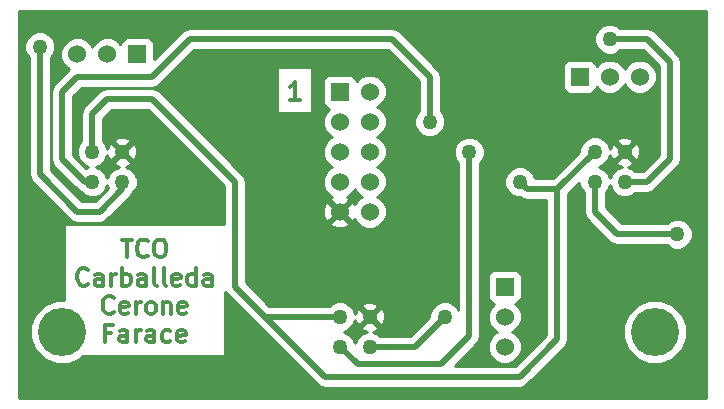
<source format=gtl>
G04 (created by PCBNEW (2013-mar-13)-testing) date Sun 26 May 2013 10:53:20 PM ART*
%MOIN*%
G04 Gerber Fmt 3.4, Leading zero omitted, Abs format*
%FSLAX34Y34*%
G01*
G70*
G90*
G04 APERTURE LIST*
%ADD10C,0.005906*%
%ADD11C,0.011811*%
%ADD12R,0.060000X0.060000*%
%ADD13C,0.060000*%
%ADD14C,0.050000*%
%ADD15C,0.160000*%
%ADD16C,0.021000*%
%ADD17C,0.010000*%
G04 APERTURE END LIST*
G54D10*
G54D11*
X25226Y-20176D02*
X25564Y-20176D01*
X25395Y-20767D02*
X25395Y-20176D01*
X26098Y-20710D02*
X26070Y-20739D01*
X25985Y-20767D01*
X25929Y-20767D01*
X25845Y-20739D01*
X25789Y-20682D01*
X25760Y-20626D01*
X25732Y-20514D01*
X25732Y-20429D01*
X25760Y-20317D01*
X25789Y-20260D01*
X25845Y-20204D01*
X25929Y-20176D01*
X25985Y-20176D01*
X26070Y-20204D01*
X26098Y-20232D01*
X26464Y-20176D02*
X26576Y-20176D01*
X26632Y-20204D01*
X26688Y-20260D01*
X26717Y-20373D01*
X26717Y-20570D01*
X26688Y-20682D01*
X26632Y-20739D01*
X26576Y-20767D01*
X26464Y-20767D01*
X26407Y-20739D01*
X26351Y-20682D01*
X26323Y-20570D01*
X26323Y-20373D01*
X26351Y-20260D01*
X26407Y-20204D01*
X26464Y-20176D01*
X24101Y-21655D02*
X24073Y-21683D01*
X23989Y-21712D01*
X23933Y-21712D01*
X23848Y-21683D01*
X23792Y-21627D01*
X23764Y-21571D01*
X23736Y-21458D01*
X23736Y-21374D01*
X23764Y-21262D01*
X23792Y-21205D01*
X23848Y-21149D01*
X23933Y-21121D01*
X23989Y-21121D01*
X24073Y-21149D01*
X24101Y-21177D01*
X24607Y-21712D02*
X24607Y-21402D01*
X24579Y-21346D01*
X24523Y-21318D01*
X24411Y-21318D01*
X24354Y-21346D01*
X24607Y-21683D02*
X24551Y-21712D01*
X24411Y-21712D01*
X24354Y-21683D01*
X24326Y-21627D01*
X24326Y-21571D01*
X24354Y-21515D01*
X24411Y-21487D01*
X24551Y-21487D01*
X24607Y-21458D01*
X24889Y-21712D02*
X24889Y-21318D01*
X24889Y-21430D02*
X24917Y-21374D01*
X24945Y-21346D01*
X25001Y-21318D01*
X25057Y-21318D01*
X25254Y-21712D02*
X25254Y-21121D01*
X25254Y-21346D02*
X25311Y-21318D01*
X25423Y-21318D01*
X25479Y-21346D01*
X25507Y-21374D01*
X25535Y-21430D01*
X25535Y-21599D01*
X25507Y-21655D01*
X25479Y-21683D01*
X25423Y-21712D01*
X25311Y-21712D01*
X25254Y-21683D01*
X26042Y-21712D02*
X26042Y-21402D01*
X26014Y-21346D01*
X25957Y-21318D01*
X25845Y-21318D01*
X25789Y-21346D01*
X26042Y-21683D02*
X25985Y-21712D01*
X25845Y-21712D01*
X25789Y-21683D01*
X25760Y-21627D01*
X25760Y-21571D01*
X25789Y-21515D01*
X25845Y-21487D01*
X25985Y-21487D01*
X26042Y-21458D01*
X26407Y-21712D02*
X26351Y-21683D01*
X26323Y-21627D01*
X26323Y-21121D01*
X26717Y-21712D02*
X26660Y-21683D01*
X26632Y-21627D01*
X26632Y-21121D01*
X27167Y-21683D02*
X27110Y-21712D01*
X26998Y-21712D01*
X26942Y-21683D01*
X26913Y-21627D01*
X26913Y-21402D01*
X26942Y-21346D01*
X26998Y-21318D01*
X27110Y-21318D01*
X27167Y-21346D01*
X27195Y-21402D01*
X27195Y-21458D01*
X26913Y-21515D01*
X27701Y-21712D02*
X27701Y-21121D01*
X27701Y-21683D02*
X27645Y-21712D01*
X27532Y-21712D01*
X27476Y-21683D01*
X27448Y-21655D01*
X27420Y-21599D01*
X27420Y-21430D01*
X27448Y-21374D01*
X27476Y-21346D01*
X27532Y-21318D01*
X27645Y-21318D01*
X27701Y-21346D01*
X28235Y-21712D02*
X28235Y-21402D01*
X28207Y-21346D01*
X28151Y-21318D01*
X28038Y-21318D01*
X27982Y-21346D01*
X28235Y-21683D02*
X28179Y-21712D01*
X28038Y-21712D01*
X27982Y-21683D01*
X27954Y-21627D01*
X27954Y-21571D01*
X27982Y-21515D01*
X28038Y-21487D01*
X28179Y-21487D01*
X28235Y-21458D01*
X24959Y-22600D02*
X24931Y-22628D01*
X24847Y-22656D01*
X24790Y-22656D01*
X24706Y-22628D01*
X24650Y-22572D01*
X24622Y-22516D01*
X24593Y-22403D01*
X24593Y-22319D01*
X24622Y-22206D01*
X24650Y-22150D01*
X24706Y-22094D01*
X24790Y-22066D01*
X24847Y-22066D01*
X24931Y-22094D01*
X24959Y-22122D01*
X25437Y-22628D02*
X25381Y-22656D01*
X25268Y-22656D01*
X25212Y-22628D01*
X25184Y-22572D01*
X25184Y-22347D01*
X25212Y-22291D01*
X25268Y-22263D01*
X25381Y-22263D01*
X25437Y-22291D01*
X25465Y-22347D01*
X25465Y-22403D01*
X25184Y-22460D01*
X25718Y-22656D02*
X25718Y-22263D01*
X25718Y-22375D02*
X25746Y-22319D01*
X25775Y-22291D01*
X25831Y-22263D01*
X25887Y-22263D01*
X26168Y-22656D02*
X26112Y-22628D01*
X26084Y-22600D01*
X26056Y-22544D01*
X26056Y-22375D01*
X26084Y-22319D01*
X26112Y-22291D01*
X26168Y-22263D01*
X26253Y-22263D01*
X26309Y-22291D01*
X26337Y-22319D01*
X26365Y-22375D01*
X26365Y-22544D01*
X26337Y-22600D01*
X26309Y-22628D01*
X26253Y-22656D01*
X26168Y-22656D01*
X26618Y-22263D02*
X26618Y-22656D01*
X26618Y-22319D02*
X26646Y-22291D01*
X26703Y-22263D01*
X26787Y-22263D01*
X26843Y-22291D01*
X26871Y-22347D01*
X26871Y-22656D01*
X27377Y-22628D02*
X27321Y-22656D01*
X27209Y-22656D01*
X27152Y-22628D01*
X27124Y-22572D01*
X27124Y-22347D01*
X27152Y-22291D01*
X27209Y-22263D01*
X27321Y-22263D01*
X27377Y-22291D01*
X27406Y-22347D01*
X27406Y-22403D01*
X27124Y-22460D01*
X24861Y-23292D02*
X24664Y-23292D01*
X24664Y-23601D02*
X24664Y-23011D01*
X24945Y-23011D01*
X25423Y-23601D02*
X25423Y-23292D01*
X25395Y-23236D01*
X25339Y-23208D01*
X25226Y-23208D01*
X25170Y-23236D01*
X25423Y-23573D02*
X25367Y-23601D01*
X25226Y-23601D01*
X25170Y-23573D01*
X25142Y-23517D01*
X25142Y-23461D01*
X25170Y-23404D01*
X25226Y-23376D01*
X25367Y-23376D01*
X25423Y-23348D01*
X25704Y-23601D02*
X25704Y-23208D01*
X25704Y-23320D02*
X25732Y-23264D01*
X25760Y-23236D01*
X25817Y-23208D01*
X25873Y-23208D01*
X26323Y-23601D02*
X26323Y-23292D01*
X26295Y-23236D01*
X26239Y-23208D01*
X26126Y-23208D01*
X26070Y-23236D01*
X26323Y-23573D02*
X26267Y-23601D01*
X26126Y-23601D01*
X26070Y-23573D01*
X26042Y-23517D01*
X26042Y-23461D01*
X26070Y-23404D01*
X26126Y-23376D01*
X26267Y-23376D01*
X26323Y-23348D01*
X26857Y-23573D02*
X26801Y-23601D01*
X26688Y-23601D01*
X26632Y-23573D01*
X26604Y-23545D01*
X26576Y-23489D01*
X26576Y-23320D01*
X26604Y-23264D01*
X26632Y-23236D01*
X26688Y-23208D01*
X26801Y-23208D01*
X26857Y-23236D01*
X27335Y-23573D02*
X27279Y-23601D01*
X27167Y-23601D01*
X27110Y-23573D01*
X27082Y-23517D01*
X27082Y-23292D01*
X27110Y-23236D01*
X27167Y-23208D01*
X27279Y-23208D01*
X27335Y-23236D01*
X27363Y-23292D01*
X27363Y-23348D01*
X27082Y-23404D01*
X31168Y-15517D02*
X30831Y-15517D01*
X31000Y-15517D02*
X31000Y-14926D01*
X30943Y-15010D01*
X30887Y-15067D01*
X30831Y-15095D01*
G54D12*
X32500Y-15250D03*
G54D13*
X33500Y-15250D03*
X32500Y-16250D03*
X33500Y-16250D03*
X32500Y-17250D03*
X33500Y-17250D03*
X32500Y-18250D03*
X33500Y-18250D03*
X32500Y-19250D03*
X33500Y-19250D03*
G54D12*
X25750Y-14000D03*
G54D13*
X24750Y-14000D03*
X23750Y-14000D03*
G54D12*
X38000Y-21750D03*
G54D13*
X38000Y-22750D03*
X38000Y-23750D03*
G54D12*
X40500Y-14750D03*
G54D13*
X41500Y-14750D03*
X42500Y-14750D03*
G54D14*
X24250Y-18250D03*
X25250Y-17250D03*
X25250Y-18250D03*
X24250Y-17250D03*
X32500Y-23750D03*
X33500Y-22750D03*
X33500Y-23750D03*
X32500Y-22750D03*
X41000Y-18250D03*
X42000Y-17250D03*
X42000Y-18250D03*
X41000Y-17250D03*
G54D15*
X43000Y-23250D03*
X23250Y-23250D03*
G54D14*
X31100Y-19240D03*
X38500Y-18250D03*
X22500Y-13750D03*
X36000Y-22750D03*
X41500Y-13500D03*
X36820Y-17260D03*
X43750Y-20000D03*
X35500Y-16250D03*
G54D16*
X38750Y-18500D02*
X38500Y-18250D01*
X38750Y-18500D02*
X39750Y-18500D01*
X30000Y-22750D02*
X32000Y-24750D01*
X39750Y-18500D02*
X41000Y-17250D01*
X39750Y-23500D02*
X39750Y-18500D01*
X38500Y-24750D02*
X39750Y-23500D01*
X32000Y-24750D02*
X38500Y-24750D01*
X24250Y-17250D02*
X24250Y-16000D01*
X30000Y-22750D02*
X32500Y-22750D01*
X29000Y-21750D02*
X30000Y-22750D01*
X29000Y-18250D02*
X29000Y-21750D01*
X26250Y-15500D02*
X29000Y-18250D01*
X24750Y-15500D02*
X26250Y-15500D01*
X24250Y-16000D02*
X24750Y-15500D01*
X25250Y-18250D02*
X25250Y-18500D01*
X22500Y-18000D02*
X22500Y-13750D01*
X23750Y-19250D02*
X22500Y-18000D01*
X24500Y-19250D02*
X23750Y-19250D01*
X25250Y-18500D02*
X24500Y-19250D01*
X33500Y-23750D02*
X35000Y-23750D01*
X35000Y-23750D02*
X36000Y-22750D01*
X42000Y-18250D02*
X42750Y-18250D01*
X42750Y-13500D02*
X41500Y-13500D01*
X43500Y-14250D02*
X42750Y-13500D01*
X43500Y-17500D02*
X43500Y-14250D01*
X42750Y-18250D02*
X43500Y-17500D01*
X32500Y-23750D02*
X32520Y-23750D01*
X36820Y-23380D02*
X36820Y-17260D01*
X35870Y-24329D02*
X36820Y-23380D01*
X33100Y-24329D02*
X35870Y-24329D01*
X32520Y-23750D02*
X33100Y-24329D01*
X41000Y-19250D02*
X41000Y-18250D01*
X41750Y-20000D02*
X41000Y-19250D01*
X43750Y-20000D02*
X41750Y-20000D01*
X24250Y-18250D02*
X24000Y-18250D01*
X35500Y-14750D02*
X35500Y-16250D01*
X34250Y-13500D02*
X35500Y-14750D01*
X27500Y-13500D02*
X34250Y-13500D01*
X26250Y-14750D02*
X27500Y-13500D01*
X23750Y-14750D02*
X26250Y-14750D01*
X23250Y-15250D02*
X23750Y-14750D01*
X23250Y-17500D02*
X23250Y-15250D01*
X24000Y-18250D02*
X23250Y-17500D01*
G54D10*
G36*
X44700Y-25450D02*
X44260Y-25450D01*
X44260Y-19899D01*
X44182Y-19711D01*
X44039Y-19567D01*
X43851Y-19490D01*
X43649Y-19489D01*
X43461Y-19567D01*
X43393Y-19635D01*
X41901Y-19635D01*
X41365Y-19098D01*
X41365Y-18606D01*
X41432Y-18539D01*
X41500Y-18375D01*
X41567Y-18538D01*
X41710Y-18682D01*
X41898Y-18759D01*
X42101Y-18760D01*
X42288Y-18682D01*
X42356Y-18615D01*
X42750Y-18615D01*
X42889Y-18587D01*
X43008Y-18508D01*
X43758Y-17758D01*
X43837Y-17639D01*
X43865Y-17500D01*
X43865Y-17500D01*
X43865Y-17499D01*
X43865Y-14250D01*
X43865Y-14250D01*
X43865Y-14250D01*
X43837Y-14110D01*
X43758Y-13991D01*
X43008Y-13241D01*
X42889Y-13162D01*
X42750Y-13135D01*
X41856Y-13135D01*
X41789Y-13067D01*
X41601Y-12990D01*
X41399Y-12989D01*
X41211Y-13067D01*
X41067Y-13210D01*
X40990Y-13398D01*
X40989Y-13601D01*
X41067Y-13788D01*
X41210Y-13932D01*
X41398Y-14009D01*
X41601Y-14010D01*
X41788Y-13932D01*
X41856Y-13865D01*
X42598Y-13865D01*
X43135Y-14401D01*
X43135Y-17348D01*
X43060Y-17423D01*
X43060Y-14639D01*
X42975Y-14433D01*
X42817Y-14275D01*
X42611Y-14190D01*
X42389Y-14189D01*
X42183Y-14274D01*
X42025Y-14432D01*
X42000Y-14493D01*
X41975Y-14433D01*
X41817Y-14275D01*
X41611Y-14190D01*
X41389Y-14189D01*
X41183Y-14274D01*
X41059Y-14398D01*
X41020Y-14302D01*
X40947Y-14229D01*
X40851Y-14190D01*
X40748Y-14190D01*
X40148Y-14190D01*
X40052Y-14229D01*
X39979Y-14302D01*
X39940Y-14398D01*
X39940Y-14501D01*
X39940Y-15101D01*
X39979Y-15197D01*
X40052Y-15270D01*
X40148Y-15310D01*
X40251Y-15310D01*
X40851Y-15310D01*
X40947Y-15270D01*
X41020Y-15197D01*
X41059Y-15101D01*
X41182Y-15224D01*
X41388Y-15309D01*
X41610Y-15310D01*
X41816Y-15225D01*
X41974Y-15067D01*
X41999Y-15006D01*
X42024Y-15066D01*
X42182Y-15224D01*
X42388Y-15309D01*
X42610Y-15310D01*
X42816Y-15225D01*
X42974Y-15067D01*
X43059Y-14861D01*
X43060Y-14639D01*
X43060Y-17423D01*
X42598Y-17885D01*
X42504Y-17885D01*
X42504Y-17319D01*
X42493Y-17121D01*
X42439Y-16992D01*
X42349Y-16971D01*
X42278Y-17041D01*
X42278Y-16900D01*
X42257Y-16810D01*
X42069Y-16745D01*
X41871Y-16756D01*
X41742Y-16810D01*
X41721Y-16900D01*
X42000Y-17179D01*
X42278Y-16900D01*
X42278Y-17041D01*
X42070Y-17250D01*
X42349Y-17528D01*
X42439Y-17507D01*
X42504Y-17319D01*
X42504Y-17885D01*
X42356Y-17885D01*
X42289Y-17817D01*
X42111Y-17744D01*
X42128Y-17743D01*
X42257Y-17689D01*
X42278Y-17599D01*
X42000Y-17320D01*
X41721Y-17599D01*
X41742Y-17689D01*
X41893Y-17742D01*
X41711Y-17817D01*
X41567Y-17960D01*
X41499Y-18124D01*
X41432Y-17961D01*
X41289Y-17817D01*
X41125Y-17749D01*
X41288Y-17682D01*
X41432Y-17539D01*
X41505Y-17361D01*
X41506Y-17378D01*
X41560Y-17507D01*
X41650Y-17528D01*
X41929Y-17250D01*
X41650Y-16971D01*
X41560Y-16992D01*
X41507Y-17143D01*
X41432Y-16961D01*
X41289Y-16817D01*
X41101Y-16740D01*
X40899Y-16739D01*
X40711Y-16817D01*
X40567Y-16960D01*
X40490Y-17148D01*
X40490Y-17243D01*
X39598Y-18135D01*
X39004Y-18135D01*
X38932Y-17961D01*
X38789Y-17817D01*
X38601Y-17740D01*
X38399Y-17739D01*
X38211Y-17817D01*
X38067Y-17960D01*
X37990Y-18148D01*
X37989Y-18351D01*
X38067Y-18538D01*
X38210Y-18682D01*
X38398Y-18759D01*
X38494Y-18759D01*
X38494Y-18759D01*
X38610Y-18837D01*
X38750Y-18865D01*
X38750Y-18865D01*
X38750Y-18865D01*
X39385Y-18865D01*
X39385Y-23348D01*
X38560Y-24173D01*
X38560Y-23639D01*
X38475Y-23433D01*
X38317Y-23275D01*
X38256Y-23250D01*
X38316Y-23225D01*
X38474Y-23067D01*
X38559Y-22861D01*
X38560Y-22639D01*
X38475Y-22433D01*
X38351Y-22309D01*
X38447Y-22270D01*
X38520Y-22197D01*
X38560Y-22101D01*
X38560Y-21998D01*
X38560Y-21398D01*
X38520Y-21302D01*
X38447Y-21229D01*
X38351Y-21190D01*
X38248Y-21190D01*
X37648Y-21190D01*
X37552Y-21229D01*
X37479Y-21302D01*
X37440Y-21398D01*
X37440Y-21501D01*
X37440Y-22101D01*
X37479Y-22197D01*
X37552Y-22270D01*
X37648Y-22309D01*
X37525Y-22432D01*
X37440Y-22638D01*
X37439Y-22860D01*
X37524Y-23066D01*
X37682Y-23224D01*
X37743Y-23249D01*
X37683Y-23274D01*
X37525Y-23432D01*
X37440Y-23638D01*
X37439Y-23860D01*
X37524Y-24066D01*
X37682Y-24224D01*
X37888Y-24309D01*
X38110Y-24310D01*
X38316Y-24225D01*
X38474Y-24067D01*
X38559Y-23861D01*
X38560Y-23639D01*
X38560Y-24173D01*
X38348Y-24385D01*
X36331Y-24385D01*
X37078Y-23638D01*
X37078Y-23638D01*
X37078Y-23638D01*
X37157Y-23519D01*
X37185Y-23380D01*
X37185Y-17616D01*
X37252Y-17549D01*
X37329Y-17361D01*
X37330Y-17159D01*
X37252Y-16971D01*
X37109Y-16827D01*
X36921Y-16750D01*
X36719Y-16749D01*
X36531Y-16827D01*
X36387Y-16970D01*
X36310Y-17158D01*
X36309Y-17361D01*
X36387Y-17548D01*
X36455Y-17616D01*
X36455Y-22515D01*
X36432Y-22461D01*
X36289Y-22317D01*
X36101Y-22240D01*
X35899Y-22239D01*
X35711Y-22317D01*
X35567Y-22460D01*
X35490Y-22648D01*
X35490Y-22743D01*
X34848Y-23385D01*
X34060Y-23385D01*
X34060Y-19139D01*
X33975Y-18933D01*
X33817Y-18775D01*
X33756Y-18750D01*
X33816Y-18725D01*
X33974Y-18567D01*
X34059Y-18361D01*
X34060Y-18139D01*
X33975Y-17933D01*
X33817Y-17775D01*
X33756Y-17750D01*
X33816Y-17725D01*
X33974Y-17567D01*
X34059Y-17361D01*
X34060Y-17139D01*
X33975Y-16933D01*
X33817Y-16775D01*
X33756Y-16750D01*
X33816Y-16725D01*
X33974Y-16567D01*
X34059Y-16361D01*
X34060Y-16139D01*
X33975Y-15933D01*
X33817Y-15775D01*
X33756Y-15750D01*
X33816Y-15725D01*
X33974Y-15567D01*
X34059Y-15361D01*
X34060Y-15139D01*
X33975Y-14933D01*
X33817Y-14775D01*
X33611Y-14690D01*
X33389Y-14689D01*
X33183Y-14774D01*
X33059Y-14898D01*
X33020Y-14802D01*
X32947Y-14729D01*
X32851Y-14690D01*
X32748Y-14690D01*
X32148Y-14690D01*
X32052Y-14729D01*
X31979Y-14802D01*
X31940Y-14898D01*
X31940Y-15001D01*
X31940Y-15601D01*
X31979Y-15697D01*
X32052Y-15770D01*
X32148Y-15809D01*
X32025Y-15932D01*
X31940Y-16138D01*
X31939Y-16360D01*
X32024Y-16566D01*
X32182Y-16724D01*
X32243Y-16749D01*
X32183Y-16774D01*
X32025Y-16932D01*
X31940Y-17138D01*
X31939Y-17360D01*
X32024Y-17566D01*
X32182Y-17724D01*
X32243Y-17749D01*
X32183Y-17774D01*
X32025Y-17932D01*
X31940Y-18138D01*
X31939Y-18360D01*
X32024Y-18566D01*
X32182Y-18724D01*
X32250Y-18752D01*
X32212Y-18768D01*
X32184Y-18864D01*
X32500Y-19179D01*
X32815Y-18864D01*
X32787Y-18768D01*
X32746Y-18754D01*
X32816Y-18725D01*
X32974Y-18567D01*
X32999Y-18506D01*
X33024Y-18566D01*
X33182Y-18724D01*
X33243Y-18749D01*
X33183Y-18774D01*
X33025Y-18932D01*
X32997Y-19000D01*
X32981Y-18962D01*
X32885Y-18934D01*
X32570Y-19250D01*
X32885Y-19565D01*
X32981Y-19537D01*
X32995Y-19496D01*
X33024Y-19566D01*
X33182Y-19724D01*
X33388Y-19809D01*
X33610Y-19810D01*
X33816Y-19725D01*
X33974Y-19567D01*
X34059Y-19361D01*
X34060Y-19139D01*
X34060Y-23385D01*
X34004Y-23385D01*
X34004Y-22819D01*
X33993Y-22621D01*
X33939Y-22492D01*
X33849Y-22471D01*
X33778Y-22541D01*
X33778Y-22400D01*
X33757Y-22310D01*
X33569Y-22245D01*
X33371Y-22256D01*
X33242Y-22310D01*
X33221Y-22400D01*
X33500Y-22679D01*
X33778Y-22400D01*
X33778Y-22541D01*
X33570Y-22750D01*
X33849Y-23028D01*
X33939Y-23007D01*
X34004Y-22819D01*
X34004Y-23385D01*
X33856Y-23385D01*
X33789Y-23317D01*
X33611Y-23244D01*
X33628Y-23243D01*
X33757Y-23189D01*
X33778Y-23099D01*
X33500Y-22820D01*
X33221Y-23099D01*
X33242Y-23189D01*
X33393Y-23242D01*
X33211Y-23317D01*
X33067Y-23460D01*
X32999Y-23624D01*
X32932Y-23461D01*
X32789Y-23317D01*
X32625Y-23249D01*
X32788Y-23182D01*
X32932Y-23039D01*
X33005Y-22861D01*
X33006Y-22878D01*
X33060Y-23007D01*
X33150Y-23028D01*
X33429Y-22750D01*
X33150Y-22471D01*
X33060Y-22492D01*
X33007Y-22643D01*
X32932Y-22461D01*
X32815Y-22343D01*
X32815Y-19635D01*
X32500Y-19320D01*
X32429Y-19391D01*
X32429Y-19250D01*
X32114Y-18934D01*
X32018Y-18962D01*
X31945Y-19168D01*
X31956Y-19386D01*
X32018Y-19537D01*
X32114Y-19565D01*
X32429Y-19250D01*
X32429Y-19391D01*
X32184Y-19635D01*
X32212Y-19731D01*
X32418Y-19804D01*
X32636Y-19793D01*
X32787Y-19731D01*
X32815Y-19635D01*
X32815Y-22343D01*
X32789Y-22317D01*
X32601Y-22240D01*
X32399Y-22239D01*
X32211Y-22317D01*
X32143Y-22385D01*
X31590Y-22385D01*
X31590Y-15972D01*
X31590Y-14409D01*
X30409Y-14409D01*
X30409Y-15972D01*
X31590Y-15972D01*
X31590Y-22385D01*
X30151Y-22385D01*
X29365Y-21598D01*
X29365Y-18250D01*
X29365Y-18250D01*
X29365Y-18250D01*
X29337Y-18110D01*
X29258Y-17991D01*
X26508Y-15241D01*
X26389Y-15162D01*
X26250Y-15135D01*
X24750Y-15135D01*
X24610Y-15162D01*
X24491Y-15241D01*
X23991Y-15741D01*
X23912Y-15860D01*
X23885Y-16000D01*
X23885Y-16893D01*
X23817Y-16960D01*
X23740Y-17148D01*
X23739Y-17351D01*
X23817Y-17538D01*
X23960Y-17682D01*
X24124Y-17750D01*
X24047Y-17781D01*
X23615Y-17348D01*
X23615Y-15401D01*
X23901Y-15115D01*
X26250Y-15115D01*
X26389Y-15087D01*
X26508Y-15008D01*
X27651Y-13865D01*
X34098Y-13865D01*
X35135Y-14901D01*
X35135Y-15893D01*
X35067Y-15960D01*
X34990Y-16148D01*
X34989Y-16351D01*
X35067Y-16538D01*
X35210Y-16682D01*
X35398Y-16759D01*
X35601Y-16760D01*
X35788Y-16682D01*
X35932Y-16539D01*
X36009Y-16351D01*
X36010Y-16149D01*
X35932Y-15961D01*
X35865Y-15893D01*
X35865Y-14750D01*
X35837Y-14610D01*
X35758Y-14491D01*
X34508Y-13241D01*
X34389Y-13162D01*
X34250Y-13135D01*
X27500Y-13135D01*
X27360Y-13162D01*
X27241Y-13241D01*
X26310Y-14173D01*
X26310Y-13648D01*
X26270Y-13552D01*
X26197Y-13479D01*
X26101Y-13440D01*
X25998Y-13440D01*
X25398Y-13440D01*
X25302Y-13479D01*
X25229Y-13552D01*
X25190Y-13648D01*
X25067Y-13525D01*
X24861Y-13440D01*
X24639Y-13439D01*
X24433Y-13524D01*
X24275Y-13682D01*
X24250Y-13743D01*
X24225Y-13683D01*
X24067Y-13525D01*
X23861Y-13440D01*
X23639Y-13439D01*
X23433Y-13524D01*
X23275Y-13682D01*
X23190Y-13888D01*
X23189Y-14110D01*
X23274Y-14316D01*
X23432Y-14474D01*
X23486Y-14497D01*
X22991Y-14991D01*
X22912Y-15110D01*
X22885Y-15250D01*
X22885Y-17500D01*
X22912Y-17639D01*
X22991Y-17758D01*
X23741Y-18508D01*
X23860Y-18587D01*
X23867Y-18588D01*
X23960Y-18682D01*
X24148Y-18759D01*
X24351Y-18760D01*
X24538Y-18682D01*
X24682Y-18539D01*
X24750Y-18375D01*
X24781Y-18452D01*
X24348Y-18885D01*
X23901Y-18885D01*
X22865Y-17848D01*
X22865Y-14106D01*
X22932Y-14039D01*
X23009Y-13851D01*
X23010Y-13649D01*
X22932Y-13461D01*
X22789Y-13317D01*
X22601Y-13240D01*
X22399Y-13239D01*
X22211Y-13317D01*
X22067Y-13460D01*
X21990Y-13648D01*
X21989Y-13851D01*
X22067Y-14038D01*
X22135Y-14106D01*
X22135Y-18000D01*
X22162Y-18139D01*
X22241Y-18258D01*
X23491Y-19508D01*
X23610Y-19587D01*
X23750Y-19615D01*
X24500Y-19615D01*
X24639Y-19587D01*
X24758Y-19508D01*
X25508Y-18758D01*
X25587Y-18639D01*
X25588Y-18632D01*
X25682Y-18539D01*
X25759Y-18351D01*
X25760Y-18149D01*
X25754Y-18136D01*
X25754Y-17319D01*
X25743Y-17121D01*
X25689Y-16992D01*
X25599Y-16971D01*
X25528Y-17041D01*
X25528Y-16900D01*
X25507Y-16810D01*
X25319Y-16745D01*
X25121Y-16756D01*
X24992Y-16810D01*
X24971Y-16900D01*
X25250Y-17179D01*
X25528Y-16900D01*
X25528Y-17041D01*
X25320Y-17250D01*
X25599Y-17528D01*
X25689Y-17507D01*
X25754Y-17319D01*
X25754Y-18136D01*
X25682Y-17961D01*
X25539Y-17817D01*
X25361Y-17744D01*
X25378Y-17743D01*
X25507Y-17689D01*
X25528Y-17599D01*
X25250Y-17320D01*
X24971Y-17599D01*
X24992Y-17689D01*
X25143Y-17742D01*
X24961Y-17817D01*
X24817Y-17960D01*
X24749Y-18124D01*
X24682Y-17961D01*
X24539Y-17817D01*
X24375Y-17749D01*
X24538Y-17682D01*
X24682Y-17539D01*
X24755Y-17361D01*
X24756Y-17378D01*
X24810Y-17507D01*
X24900Y-17528D01*
X25179Y-17250D01*
X24900Y-16971D01*
X24810Y-16992D01*
X24757Y-17143D01*
X24682Y-16961D01*
X24615Y-16893D01*
X24615Y-16151D01*
X24901Y-15865D01*
X26098Y-15865D01*
X28635Y-18401D01*
X28635Y-19659D01*
X23314Y-19659D01*
X23314Y-22190D01*
X23040Y-22189D01*
X22650Y-22350D01*
X22351Y-22648D01*
X22190Y-23038D01*
X22189Y-23459D01*
X22350Y-23849D01*
X22648Y-24148D01*
X23038Y-24309D01*
X23459Y-24310D01*
X23849Y-24149D01*
X23941Y-24057D01*
X28685Y-24057D01*
X28685Y-21923D01*
X28741Y-22008D01*
X29741Y-23008D01*
X29741Y-23008D01*
X31741Y-25008D01*
X31860Y-25087D01*
X32000Y-25115D01*
X32000Y-25115D01*
X32000Y-25115D01*
X38500Y-25115D01*
X38639Y-25087D01*
X38758Y-25008D01*
X40008Y-23758D01*
X40087Y-23639D01*
X40115Y-23500D01*
X40115Y-18651D01*
X40489Y-18276D01*
X40489Y-18351D01*
X40567Y-18538D01*
X40635Y-18606D01*
X40635Y-19250D01*
X40662Y-19389D01*
X40741Y-19508D01*
X41491Y-20258D01*
X41610Y-20337D01*
X41750Y-20365D01*
X41750Y-20365D01*
X41750Y-20365D01*
X43393Y-20365D01*
X43460Y-20432D01*
X43648Y-20509D01*
X43851Y-20510D01*
X44038Y-20432D01*
X44182Y-20289D01*
X44259Y-20101D01*
X44260Y-19899D01*
X44260Y-25450D01*
X44060Y-25450D01*
X44060Y-23040D01*
X43899Y-22650D01*
X43601Y-22351D01*
X43211Y-22190D01*
X42790Y-22189D01*
X42400Y-22350D01*
X42101Y-22648D01*
X41940Y-23038D01*
X41939Y-23459D01*
X42100Y-23849D01*
X42398Y-24148D01*
X42788Y-24309D01*
X43209Y-24310D01*
X43599Y-24149D01*
X43898Y-23851D01*
X44059Y-23461D01*
X44060Y-23040D01*
X44060Y-25450D01*
X21800Y-25450D01*
X21800Y-12550D01*
X44700Y-12550D01*
X44700Y-25450D01*
X44700Y-25450D01*
G37*
G54D17*
X44700Y-25450D02*
X44260Y-25450D01*
X44260Y-19899D01*
X44182Y-19711D01*
X44039Y-19567D01*
X43851Y-19490D01*
X43649Y-19489D01*
X43461Y-19567D01*
X43393Y-19635D01*
X41901Y-19635D01*
X41365Y-19098D01*
X41365Y-18606D01*
X41432Y-18539D01*
X41500Y-18375D01*
X41567Y-18538D01*
X41710Y-18682D01*
X41898Y-18759D01*
X42101Y-18760D01*
X42288Y-18682D01*
X42356Y-18615D01*
X42750Y-18615D01*
X42889Y-18587D01*
X43008Y-18508D01*
X43758Y-17758D01*
X43837Y-17639D01*
X43865Y-17500D01*
X43865Y-17500D01*
X43865Y-17499D01*
X43865Y-14250D01*
X43865Y-14250D01*
X43865Y-14250D01*
X43837Y-14110D01*
X43758Y-13991D01*
X43008Y-13241D01*
X42889Y-13162D01*
X42750Y-13135D01*
X41856Y-13135D01*
X41789Y-13067D01*
X41601Y-12990D01*
X41399Y-12989D01*
X41211Y-13067D01*
X41067Y-13210D01*
X40990Y-13398D01*
X40989Y-13601D01*
X41067Y-13788D01*
X41210Y-13932D01*
X41398Y-14009D01*
X41601Y-14010D01*
X41788Y-13932D01*
X41856Y-13865D01*
X42598Y-13865D01*
X43135Y-14401D01*
X43135Y-17348D01*
X43060Y-17423D01*
X43060Y-14639D01*
X42975Y-14433D01*
X42817Y-14275D01*
X42611Y-14190D01*
X42389Y-14189D01*
X42183Y-14274D01*
X42025Y-14432D01*
X42000Y-14493D01*
X41975Y-14433D01*
X41817Y-14275D01*
X41611Y-14190D01*
X41389Y-14189D01*
X41183Y-14274D01*
X41059Y-14398D01*
X41020Y-14302D01*
X40947Y-14229D01*
X40851Y-14190D01*
X40748Y-14190D01*
X40148Y-14190D01*
X40052Y-14229D01*
X39979Y-14302D01*
X39940Y-14398D01*
X39940Y-14501D01*
X39940Y-15101D01*
X39979Y-15197D01*
X40052Y-15270D01*
X40148Y-15310D01*
X40251Y-15310D01*
X40851Y-15310D01*
X40947Y-15270D01*
X41020Y-15197D01*
X41059Y-15101D01*
X41182Y-15224D01*
X41388Y-15309D01*
X41610Y-15310D01*
X41816Y-15225D01*
X41974Y-15067D01*
X41999Y-15006D01*
X42024Y-15066D01*
X42182Y-15224D01*
X42388Y-15309D01*
X42610Y-15310D01*
X42816Y-15225D01*
X42974Y-15067D01*
X43059Y-14861D01*
X43060Y-14639D01*
X43060Y-17423D01*
X42598Y-17885D01*
X42504Y-17885D01*
X42504Y-17319D01*
X42493Y-17121D01*
X42439Y-16992D01*
X42349Y-16971D01*
X42278Y-17041D01*
X42278Y-16900D01*
X42257Y-16810D01*
X42069Y-16745D01*
X41871Y-16756D01*
X41742Y-16810D01*
X41721Y-16900D01*
X42000Y-17179D01*
X42278Y-16900D01*
X42278Y-17041D01*
X42070Y-17250D01*
X42349Y-17528D01*
X42439Y-17507D01*
X42504Y-17319D01*
X42504Y-17885D01*
X42356Y-17885D01*
X42289Y-17817D01*
X42111Y-17744D01*
X42128Y-17743D01*
X42257Y-17689D01*
X42278Y-17599D01*
X42000Y-17320D01*
X41721Y-17599D01*
X41742Y-17689D01*
X41893Y-17742D01*
X41711Y-17817D01*
X41567Y-17960D01*
X41499Y-18124D01*
X41432Y-17961D01*
X41289Y-17817D01*
X41125Y-17749D01*
X41288Y-17682D01*
X41432Y-17539D01*
X41505Y-17361D01*
X41506Y-17378D01*
X41560Y-17507D01*
X41650Y-17528D01*
X41929Y-17250D01*
X41650Y-16971D01*
X41560Y-16992D01*
X41507Y-17143D01*
X41432Y-16961D01*
X41289Y-16817D01*
X41101Y-16740D01*
X40899Y-16739D01*
X40711Y-16817D01*
X40567Y-16960D01*
X40490Y-17148D01*
X40490Y-17243D01*
X39598Y-18135D01*
X39004Y-18135D01*
X38932Y-17961D01*
X38789Y-17817D01*
X38601Y-17740D01*
X38399Y-17739D01*
X38211Y-17817D01*
X38067Y-17960D01*
X37990Y-18148D01*
X37989Y-18351D01*
X38067Y-18538D01*
X38210Y-18682D01*
X38398Y-18759D01*
X38494Y-18759D01*
X38494Y-18759D01*
X38610Y-18837D01*
X38750Y-18865D01*
X38750Y-18865D01*
X38750Y-18865D01*
X39385Y-18865D01*
X39385Y-23348D01*
X38560Y-24173D01*
X38560Y-23639D01*
X38475Y-23433D01*
X38317Y-23275D01*
X38256Y-23250D01*
X38316Y-23225D01*
X38474Y-23067D01*
X38559Y-22861D01*
X38560Y-22639D01*
X38475Y-22433D01*
X38351Y-22309D01*
X38447Y-22270D01*
X38520Y-22197D01*
X38560Y-22101D01*
X38560Y-21998D01*
X38560Y-21398D01*
X38520Y-21302D01*
X38447Y-21229D01*
X38351Y-21190D01*
X38248Y-21190D01*
X37648Y-21190D01*
X37552Y-21229D01*
X37479Y-21302D01*
X37440Y-21398D01*
X37440Y-21501D01*
X37440Y-22101D01*
X37479Y-22197D01*
X37552Y-22270D01*
X37648Y-22309D01*
X37525Y-22432D01*
X37440Y-22638D01*
X37439Y-22860D01*
X37524Y-23066D01*
X37682Y-23224D01*
X37743Y-23249D01*
X37683Y-23274D01*
X37525Y-23432D01*
X37440Y-23638D01*
X37439Y-23860D01*
X37524Y-24066D01*
X37682Y-24224D01*
X37888Y-24309D01*
X38110Y-24310D01*
X38316Y-24225D01*
X38474Y-24067D01*
X38559Y-23861D01*
X38560Y-23639D01*
X38560Y-24173D01*
X38348Y-24385D01*
X36331Y-24385D01*
X37078Y-23638D01*
X37078Y-23638D01*
X37078Y-23638D01*
X37157Y-23519D01*
X37185Y-23380D01*
X37185Y-17616D01*
X37252Y-17549D01*
X37329Y-17361D01*
X37330Y-17159D01*
X37252Y-16971D01*
X37109Y-16827D01*
X36921Y-16750D01*
X36719Y-16749D01*
X36531Y-16827D01*
X36387Y-16970D01*
X36310Y-17158D01*
X36309Y-17361D01*
X36387Y-17548D01*
X36455Y-17616D01*
X36455Y-22515D01*
X36432Y-22461D01*
X36289Y-22317D01*
X36101Y-22240D01*
X35899Y-22239D01*
X35711Y-22317D01*
X35567Y-22460D01*
X35490Y-22648D01*
X35490Y-22743D01*
X34848Y-23385D01*
X34060Y-23385D01*
X34060Y-19139D01*
X33975Y-18933D01*
X33817Y-18775D01*
X33756Y-18750D01*
X33816Y-18725D01*
X33974Y-18567D01*
X34059Y-18361D01*
X34060Y-18139D01*
X33975Y-17933D01*
X33817Y-17775D01*
X33756Y-17750D01*
X33816Y-17725D01*
X33974Y-17567D01*
X34059Y-17361D01*
X34060Y-17139D01*
X33975Y-16933D01*
X33817Y-16775D01*
X33756Y-16750D01*
X33816Y-16725D01*
X33974Y-16567D01*
X34059Y-16361D01*
X34060Y-16139D01*
X33975Y-15933D01*
X33817Y-15775D01*
X33756Y-15750D01*
X33816Y-15725D01*
X33974Y-15567D01*
X34059Y-15361D01*
X34060Y-15139D01*
X33975Y-14933D01*
X33817Y-14775D01*
X33611Y-14690D01*
X33389Y-14689D01*
X33183Y-14774D01*
X33059Y-14898D01*
X33020Y-14802D01*
X32947Y-14729D01*
X32851Y-14690D01*
X32748Y-14690D01*
X32148Y-14690D01*
X32052Y-14729D01*
X31979Y-14802D01*
X31940Y-14898D01*
X31940Y-15001D01*
X31940Y-15601D01*
X31979Y-15697D01*
X32052Y-15770D01*
X32148Y-15809D01*
X32025Y-15932D01*
X31940Y-16138D01*
X31939Y-16360D01*
X32024Y-16566D01*
X32182Y-16724D01*
X32243Y-16749D01*
X32183Y-16774D01*
X32025Y-16932D01*
X31940Y-17138D01*
X31939Y-17360D01*
X32024Y-17566D01*
X32182Y-17724D01*
X32243Y-17749D01*
X32183Y-17774D01*
X32025Y-17932D01*
X31940Y-18138D01*
X31939Y-18360D01*
X32024Y-18566D01*
X32182Y-18724D01*
X32250Y-18752D01*
X32212Y-18768D01*
X32184Y-18864D01*
X32500Y-19179D01*
X32815Y-18864D01*
X32787Y-18768D01*
X32746Y-18754D01*
X32816Y-18725D01*
X32974Y-18567D01*
X32999Y-18506D01*
X33024Y-18566D01*
X33182Y-18724D01*
X33243Y-18749D01*
X33183Y-18774D01*
X33025Y-18932D01*
X32997Y-19000D01*
X32981Y-18962D01*
X32885Y-18934D01*
X32570Y-19250D01*
X32885Y-19565D01*
X32981Y-19537D01*
X32995Y-19496D01*
X33024Y-19566D01*
X33182Y-19724D01*
X33388Y-19809D01*
X33610Y-19810D01*
X33816Y-19725D01*
X33974Y-19567D01*
X34059Y-19361D01*
X34060Y-19139D01*
X34060Y-23385D01*
X34004Y-23385D01*
X34004Y-22819D01*
X33993Y-22621D01*
X33939Y-22492D01*
X33849Y-22471D01*
X33778Y-22541D01*
X33778Y-22400D01*
X33757Y-22310D01*
X33569Y-22245D01*
X33371Y-22256D01*
X33242Y-22310D01*
X33221Y-22400D01*
X33500Y-22679D01*
X33778Y-22400D01*
X33778Y-22541D01*
X33570Y-22750D01*
X33849Y-23028D01*
X33939Y-23007D01*
X34004Y-22819D01*
X34004Y-23385D01*
X33856Y-23385D01*
X33789Y-23317D01*
X33611Y-23244D01*
X33628Y-23243D01*
X33757Y-23189D01*
X33778Y-23099D01*
X33500Y-22820D01*
X33221Y-23099D01*
X33242Y-23189D01*
X33393Y-23242D01*
X33211Y-23317D01*
X33067Y-23460D01*
X32999Y-23624D01*
X32932Y-23461D01*
X32789Y-23317D01*
X32625Y-23249D01*
X32788Y-23182D01*
X32932Y-23039D01*
X33005Y-22861D01*
X33006Y-22878D01*
X33060Y-23007D01*
X33150Y-23028D01*
X33429Y-22750D01*
X33150Y-22471D01*
X33060Y-22492D01*
X33007Y-22643D01*
X32932Y-22461D01*
X32815Y-22343D01*
X32815Y-19635D01*
X32500Y-19320D01*
X32429Y-19391D01*
X32429Y-19250D01*
X32114Y-18934D01*
X32018Y-18962D01*
X31945Y-19168D01*
X31956Y-19386D01*
X32018Y-19537D01*
X32114Y-19565D01*
X32429Y-19250D01*
X32429Y-19391D01*
X32184Y-19635D01*
X32212Y-19731D01*
X32418Y-19804D01*
X32636Y-19793D01*
X32787Y-19731D01*
X32815Y-19635D01*
X32815Y-22343D01*
X32789Y-22317D01*
X32601Y-22240D01*
X32399Y-22239D01*
X32211Y-22317D01*
X32143Y-22385D01*
X31590Y-22385D01*
X31590Y-15972D01*
X31590Y-14409D01*
X30409Y-14409D01*
X30409Y-15972D01*
X31590Y-15972D01*
X31590Y-22385D01*
X30151Y-22385D01*
X29365Y-21598D01*
X29365Y-18250D01*
X29365Y-18250D01*
X29365Y-18250D01*
X29337Y-18110D01*
X29258Y-17991D01*
X26508Y-15241D01*
X26389Y-15162D01*
X26250Y-15135D01*
X24750Y-15135D01*
X24610Y-15162D01*
X24491Y-15241D01*
X23991Y-15741D01*
X23912Y-15860D01*
X23885Y-16000D01*
X23885Y-16893D01*
X23817Y-16960D01*
X23740Y-17148D01*
X23739Y-17351D01*
X23817Y-17538D01*
X23960Y-17682D01*
X24124Y-17750D01*
X24047Y-17781D01*
X23615Y-17348D01*
X23615Y-15401D01*
X23901Y-15115D01*
X26250Y-15115D01*
X26389Y-15087D01*
X26508Y-15008D01*
X27651Y-13865D01*
X34098Y-13865D01*
X35135Y-14901D01*
X35135Y-15893D01*
X35067Y-15960D01*
X34990Y-16148D01*
X34989Y-16351D01*
X35067Y-16538D01*
X35210Y-16682D01*
X35398Y-16759D01*
X35601Y-16760D01*
X35788Y-16682D01*
X35932Y-16539D01*
X36009Y-16351D01*
X36010Y-16149D01*
X35932Y-15961D01*
X35865Y-15893D01*
X35865Y-14750D01*
X35837Y-14610D01*
X35758Y-14491D01*
X34508Y-13241D01*
X34389Y-13162D01*
X34250Y-13135D01*
X27500Y-13135D01*
X27360Y-13162D01*
X27241Y-13241D01*
X26310Y-14173D01*
X26310Y-13648D01*
X26270Y-13552D01*
X26197Y-13479D01*
X26101Y-13440D01*
X25998Y-13440D01*
X25398Y-13440D01*
X25302Y-13479D01*
X25229Y-13552D01*
X25190Y-13648D01*
X25067Y-13525D01*
X24861Y-13440D01*
X24639Y-13439D01*
X24433Y-13524D01*
X24275Y-13682D01*
X24250Y-13743D01*
X24225Y-13683D01*
X24067Y-13525D01*
X23861Y-13440D01*
X23639Y-13439D01*
X23433Y-13524D01*
X23275Y-13682D01*
X23190Y-13888D01*
X23189Y-14110D01*
X23274Y-14316D01*
X23432Y-14474D01*
X23486Y-14497D01*
X22991Y-14991D01*
X22912Y-15110D01*
X22885Y-15250D01*
X22885Y-17500D01*
X22912Y-17639D01*
X22991Y-17758D01*
X23741Y-18508D01*
X23860Y-18587D01*
X23867Y-18588D01*
X23960Y-18682D01*
X24148Y-18759D01*
X24351Y-18760D01*
X24538Y-18682D01*
X24682Y-18539D01*
X24750Y-18375D01*
X24781Y-18452D01*
X24348Y-18885D01*
X23901Y-18885D01*
X22865Y-17848D01*
X22865Y-14106D01*
X22932Y-14039D01*
X23009Y-13851D01*
X23010Y-13649D01*
X22932Y-13461D01*
X22789Y-13317D01*
X22601Y-13240D01*
X22399Y-13239D01*
X22211Y-13317D01*
X22067Y-13460D01*
X21990Y-13648D01*
X21989Y-13851D01*
X22067Y-14038D01*
X22135Y-14106D01*
X22135Y-18000D01*
X22162Y-18139D01*
X22241Y-18258D01*
X23491Y-19508D01*
X23610Y-19587D01*
X23750Y-19615D01*
X24500Y-19615D01*
X24639Y-19587D01*
X24758Y-19508D01*
X25508Y-18758D01*
X25587Y-18639D01*
X25588Y-18632D01*
X25682Y-18539D01*
X25759Y-18351D01*
X25760Y-18149D01*
X25754Y-18136D01*
X25754Y-17319D01*
X25743Y-17121D01*
X25689Y-16992D01*
X25599Y-16971D01*
X25528Y-17041D01*
X25528Y-16900D01*
X25507Y-16810D01*
X25319Y-16745D01*
X25121Y-16756D01*
X24992Y-16810D01*
X24971Y-16900D01*
X25250Y-17179D01*
X25528Y-16900D01*
X25528Y-17041D01*
X25320Y-17250D01*
X25599Y-17528D01*
X25689Y-17507D01*
X25754Y-17319D01*
X25754Y-18136D01*
X25682Y-17961D01*
X25539Y-17817D01*
X25361Y-17744D01*
X25378Y-17743D01*
X25507Y-17689D01*
X25528Y-17599D01*
X25250Y-17320D01*
X24971Y-17599D01*
X24992Y-17689D01*
X25143Y-17742D01*
X24961Y-17817D01*
X24817Y-17960D01*
X24749Y-18124D01*
X24682Y-17961D01*
X24539Y-17817D01*
X24375Y-17749D01*
X24538Y-17682D01*
X24682Y-17539D01*
X24755Y-17361D01*
X24756Y-17378D01*
X24810Y-17507D01*
X24900Y-17528D01*
X25179Y-17250D01*
X24900Y-16971D01*
X24810Y-16992D01*
X24757Y-17143D01*
X24682Y-16961D01*
X24615Y-16893D01*
X24615Y-16151D01*
X24901Y-15865D01*
X26098Y-15865D01*
X28635Y-18401D01*
X28635Y-19659D01*
X23314Y-19659D01*
X23314Y-22190D01*
X23040Y-22189D01*
X22650Y-22350D01*
X22351Y-22648D01*
X22190Y-23038D01*
X22189Y-23459D01*
X22350Y-23849D01*
X22648Y-24148D01*
X23038Y-24309D01*
X23459Y-24310D01*
X23849Y-24149D01*
X23941Y-24057D01*
X28685Y-24057D01*
X28685Y-21923D01*
X28741Y-22008D01*
X29741Y-23008D01*
X29741Y-23008D01*
X31741Y-25008D01*
X31860Y-25087D01*
X32000Y-25115D01*
X32000Y-25115D01*
X32000Y-25115D01*
X38500Y-25115D01*
X38639Y-25087D01*
X38758Y-25008D01*
X40008Y-23758D01*
X40087Y-23639D01*
X40115Y-23500D01*
X40115Y-18651D01*
X40489Y-18276D01*
X40489Y-18351D01*
X40567Y-18538D01*
X40635Y-18606D01*
X40635Y-19250D01*
X40662Y-19389D01*
X40741Y-19508D01*
X41491Y-20258D01*
X41610Y-20337D01*
X41750Y-20365D01*
X41750Y-20365D01*
X41750Y-20365D01*
X43393Y-20365D01*
X43460Y-20432D01*
X43648Y-20509D01*
X43851Y-20510D01*
X44038Y-20432D01*
X44182Y-20289D01*
X44259Y-20101D01*
X44260Y-19899D01*
X44260Y-25450D01*
X44060Y-25450D01*
X44060Y-23040D01*
X43899Y-22650D01*
X43601Y-22351D01*
X43211Y-22190D01*
X42790Y-22189D01*
X42400Y-22350D01*
X42101Y-22648D01*
X41940Y-23038D01*
X41939Y-23459D01*
X42100Y-23849D01*
X42398Y-24148D01*
X42788Y-24309D01*
X43209Y-24310D01*
X43599Y-24149D01*
X43898Y-23851D01*
X44059Y-23461D01*
X44060Y-23040D01*
X44060Y-25450D01*
X21800Y-25450D01*
X21800Y-12550D01*
X44700Y-12550D01*
X44700Y-25450D01*
M02*

</source>
